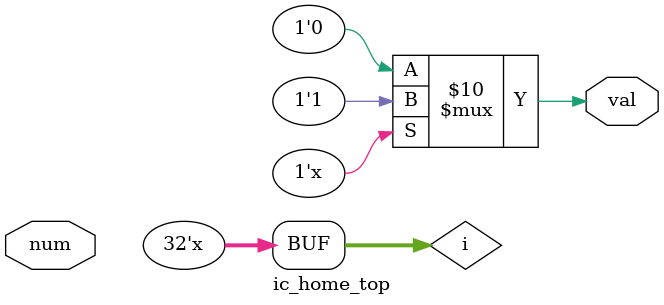
<source format=v>
`timescale 1ns / 1ps
module ic_home_top(
       input num,
       output reg val
    );
    
	 integer i = 1'd0;  

    always @(*)
    begin  
       if (num == 1)
           i = i+i+1;
       else
           i = i+i;
       if (i%5 == 0)
           val = 1'b1;
       else
           val = 1'b0;
       end
endmodule

</source>
